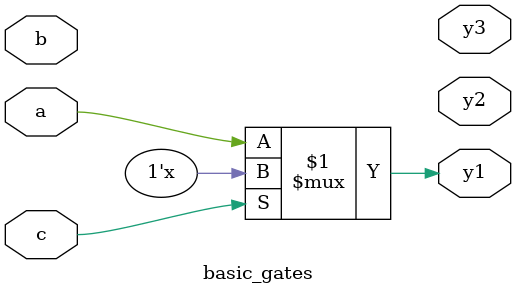
<source format=v>

module basic_gates (input a,b,c, output y1,y2,y3);
   // and A1 (y1,a,b); // and primitive
  //  not N1(y1,y2,y3,a);  // not primitive
      bufif0 B1 (y1,a,c); // tristate buffer
endmodule

</source>
